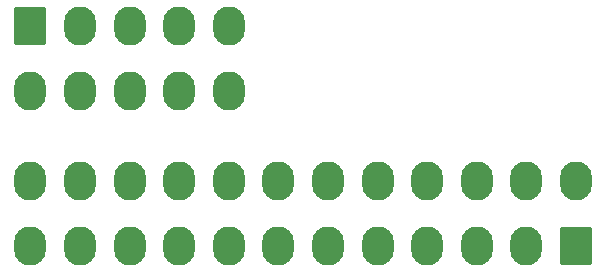
<source format=gbl>
%TF.GenerationSoftware,KiCad,Pcbnew,7.0.11*%
%TF.CreationDate,2024-08-14T14:47:56+09:00*%
%TF.ProjectId,mac_psu_atx_adapter,6d61635f-7073-4755-9f61-74785f616461,rev?*%
%TF.SameCoordinates,Original*%
%TF.FileFunction,Copper,L2,Bot*%
%TF.FilePolarity,Positive*%
%FSLAX46Y46*%
G04 Gerber Fmt 4.6, Leading zero omitted, Abs format (unit mm)*
G04 Created by KiCad (PCBNEW 7.0.11) date 2024-08-14 14:47:56*
%MOMM*%
%LPD*%
G01*
G04 APERTURE LIST*
G04 Aperture macros list*
%AMRoundRect*
0 Rectangle with rounded corners*
0 $1 Rounding radius*
0 $2 $3 $4 $5 $6 $7 $8 $9 X,Y pos of 4 corners*
0 Add a 4 corners polygon primitive as box body*
4,1,4,$2,$3,$4,$5,$6,$7,$8,$9,$2,$3,0*
0 Add four circle primitives for the rounded corners*
1,1,$1+$1,$2,$3*
1,1,$1+$1,$4,$5*
1,1,$1+$1,$6,$7*
1,1,$1+$1,$8,$9*
0 Add four rect primitives between the rounded corners*
20,1,$1+$1,$2,$3,$4,$5,0*
20,1,$1+$1,$4,$5,$6,$7,0*
20,1,$1+$1,$6,$7,$8,$9,0*
20,1,$1+$1,$8,$9,$2,$3,0*%
G04 Aperture macros list end*
%TA.AperFunction,ComponentPad*%
%ADD10RoundRect,0.250001X1.099999X1.399999X-1.099999X1.399999X-1.099999X-1.399999X1.099999X-1.399999X0*%
%TD*%
%TA.AperFunction,ComponentPad*%
%ADD11O,2.700000X3.300000*%
%TD*%
G04 APERTURE END LIST*
D10*
%TO.P,J2,1,Pin_1*%
%TO.N,unconnected-(J2-Pin_1-Pad1)*%
X165340000Y-107100000D03*
D11*
%TO.P,J2,2,Pin_2*%
%TO.N,unconnected-(J2-Pin_2-Pad2)*%
X161140000Y-107100000D03*
%TO.P,J2,3,Pin_3*%
%TO.N,GND*%
X156940000Y-107100000D03*
%TO.P,J2,4,Pin_4*%
%TO.N,+5V*%
X152740000Y-107100000D03*
%TO.P,J2,5,Pin_5*%
%TO.N,GND*%
X148540000Y-107100000D03*
%TO.P,J2,6,Pin_6*%
%TO.N,+5V*%
X144340000Y-107100000D03*
%TO.P,J2,7,Pin_7*%
%TO.N,GND*%
X140140000Y-107100000D03*
%TO.P,J2,8,Pin_8*%
%TO.N,unconnected-(J2-Pin_8-Pad8)*%
X135940000Y-107100000D03*
%TO.P,J2,9,Pin_9*%
%TO.N,+5VSB*%
X131740000Y-107100000D03*
%TO.P,J2,10,Pin_10*%
%TO.N,+12V*%
X127540000Y-107100000D03*
%TO.P,J2,11,Pin_11*%
X123340000Y-107100000D03*
%TO.P,J2,12,Pin_12*%
%TO.N,unconnected-(J2-Pin_12-Pad12)*%
X119140000Y-107100000D03*
%TO.P,J2,13,Pin_13*%
%TO.N,unconnected-(J2-Pin_13-Pad13)*%
X165340000Y-101600000D03*
%TO.P,J2,14,Pin_14*%
%TO.N,-12V*%
X161140000Y-101600000D03*
%TO.P,J2,15,Pin_15*%
%TO.N,GND*%
X156940000Y-101600000D03*
%TO.P,J2,16,Pin_16*%
%TO.N,PS_ON*%
X152740000Y-101600000D03*
%TO.P,J2,17,Pin_17*%
%TO.N,GND*%
X148540000Y-101600000D03*
%TO.P,J2,18,Pin_18*%
X144340000Y-101600000D03*
%TO.P,J2,19,Pin_19*%
X140140000Y-101600000D03*
%TO.P,J2,20,Pin_20*%
%TO.N,unconnected-(J2-Pin_20-Pad20)*%
X135940000Y-101600000D03*
%TO.P,J2,21,Pin_21*%
%TO.N,+5V*%
X131740000Y-101600000D03*
%TO.P,J2,22,Pin_22*%
X127540000Y-101600000D03*
%TO.P,J2,23,Pin_23*%
X123340000Y-101600000D03*
%TO.P,J2,24,Pin_24*%
%TO.N,GND*%
X119140000Y-101600000D03*
%TD*%
D10*
%TO.P,J1,1,Pin_1*%
%TO.N,+12V*%
X119140000Y-88480000D03*
D11*
%TO.P,J1,2,Pin_2*%
%TO.N,+5V*%
X123340000Y-88480000D03*
%TO.P,J1,3,Pin_3*%
X127540000Y-88480000D03*
%TO.P,J1,4,Pin_4*%
X131740000Y-88480000D03*
%TO.P,J1,5,Pin_5*%
%TO.N,GND*%
X135940000Y-88480000D03*
%TO.P,J1,6,Pin_6*%
X119140000Y-93980000D03*
%TO.P,J1,7,Pin_7*%
X123340000Y-93980000D03*
%TO.P,J1,8,Pin_8*%
%TO.N,-12V*%
X127540000Y-93980000D03*
%TO.P,J1,9,Pin_9*%
%TO.N,Net-(J1-Pin_9)*%
X131740000Y-93980000D03*
%TO.P,J1,10,Pin_10*%
%TO.N,+5VSB*%
X135940000Y-93980000D03*
%TD*%
M02*

</source>
